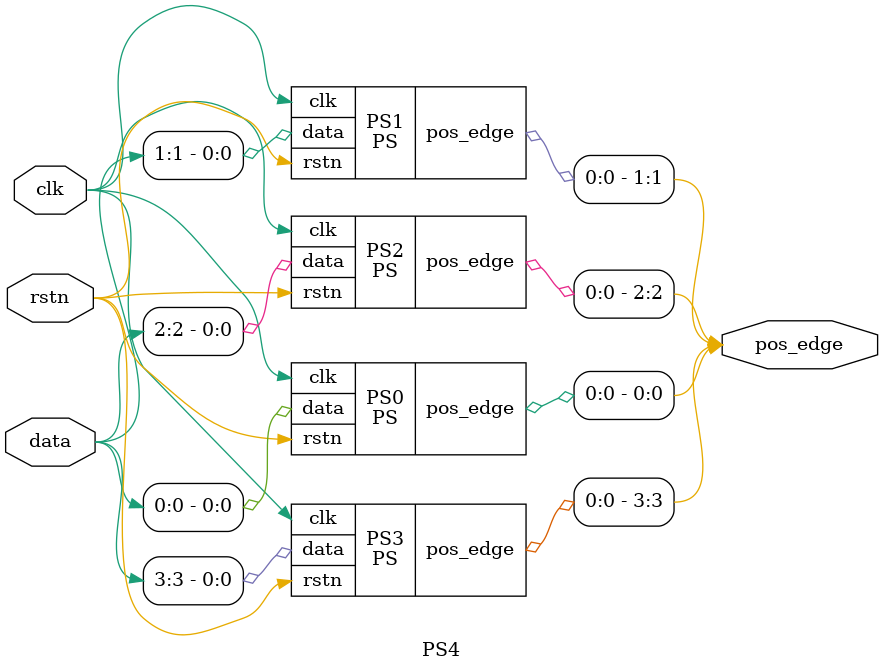
<source format=v>
`timescale 1ns / 1ps

module PS(clk,rstn,data,pos_edge,data_r);

      input       clk;
	  input       rstn;
	  input       data;
	  output      pos_edge;    //ÉÏÉýÑØ

	  output reg     [1:0]   data_r;      
	
	//ÉèÖÃÁ½¸ö¼Ä´æÆ÷£¬ÊµÏÖÇ°ºóµçÆ½×´Ì¬µÄ¼Ä´æ
	//Ïàµ±ÓÚ¶Ôdat_i ´òÁ½ÅÄ
	always @(posedge clk or negedge rstn)begin
	    if(rstn == 1'b0)begin
	        data_r <= 2'b11;
	    end
	    else begin
	        data_r <= {data_r[0], data};    //{Ç°Ò»×´Ì¬£¬ºóÒ»×´Ì¬}
	    end
	end
	//×éºÏÂß¼­½øÐÐ±ßÑØ¼ì²â
	//data_r[1]±íÊ¾Ç°Ò»×´Ì¬£¬data_r[0]±íÊ¾ºóÒ»×´Ì¬
	assign  pos_edge = ~data_r[1] & data_r[0];  
	
	
endmodule

module PS4 (      
      input     clk,
	  input      rstn,
	  input   [3:0] data,
	  output  [3:0] pos_edge    //ÉÏÉýÑØ
);

PS PS0(.clk(clk),.rstn(rstn),.data(data[0]),.pos_edge(pos_edge[0]));
PS PS1(.clk(clk),.rstn(rstn),.data(data[1]),.pos_edge(pos_edge[1]));
PS PS2(.clk(clk),.rstn(rstn),.data(data[2]),.pos_edge(pos_edge[2]));
PS PS3(.clk(clk),.rstn(rstn),.data(data[3]),.pos_edge(pos_edge[3]));
/*PS PS4(.clk(clk),.rstn(rstn),.data(data[4]),.pos_edge(pos_edge[4]));
PS PS5(.clk(clk),.rstn(rstn),.data(data[5]),.pos_edge(pos_edge[5]));
PS PS6(.clk(clk),.rstn(rstn),.data(data[6]),.pos_edge(pos_edge[6]));
PS PS7(.clk(clk),.rstn(rstn),.data(data[7]),.pos_edge(pos_edge[7]));
PS PS8(.clk(clk),.rstn(rstn),.data(data[8]),.pos_edge(pos_edge[8]));
PS PS9(.clk(clk),.rstn(rstn),.data(data[9]),.pos_edge(pos_edge[9]));
PS PS10(.clk(clk),.rstn(rstn),.data(data[10]),.pos_edge(pos_edge[10]));
PS PS11(.clk(clk),.rstn(rstn),.data(data[11]),.pos_edge(pos_edge[11]));
PS PS12(.clk(clk),.rstn(rstn),.data(data[12]),.pos_edge(pos_edge[12]));
PS PS13(.clk(clk),.rstn(rstn),.data(data[13]),.pos_edge(pos_edge[13]));
PS PS14(.clk(clk),.rstn(rstn),.data(data[14]),.pos_edge(pos_edge[14]));
PS PS15(.clk(clk),.rstn(rstn),.data(data[15]),.pos_edge(pos_edge[15]));
PS PS16(.clk(clk),.rstn(rstn),.data(data[16]),.pos_edge(pos_edge[16]));
PS PS17(.clk(clk),.rstn(rstn),.data(data[17]),.pos_edge(pos_edge[17]));
PS PS18(.clk(clk),.rstn(rstn),.data(data[18]),.pos_edge(pos_edge[18]));
PS PS19(.clk(clk),.rstn(rstn),.data(data[19]),.pos_edge(pos_edge[19]));*/

endmodule

</source>
